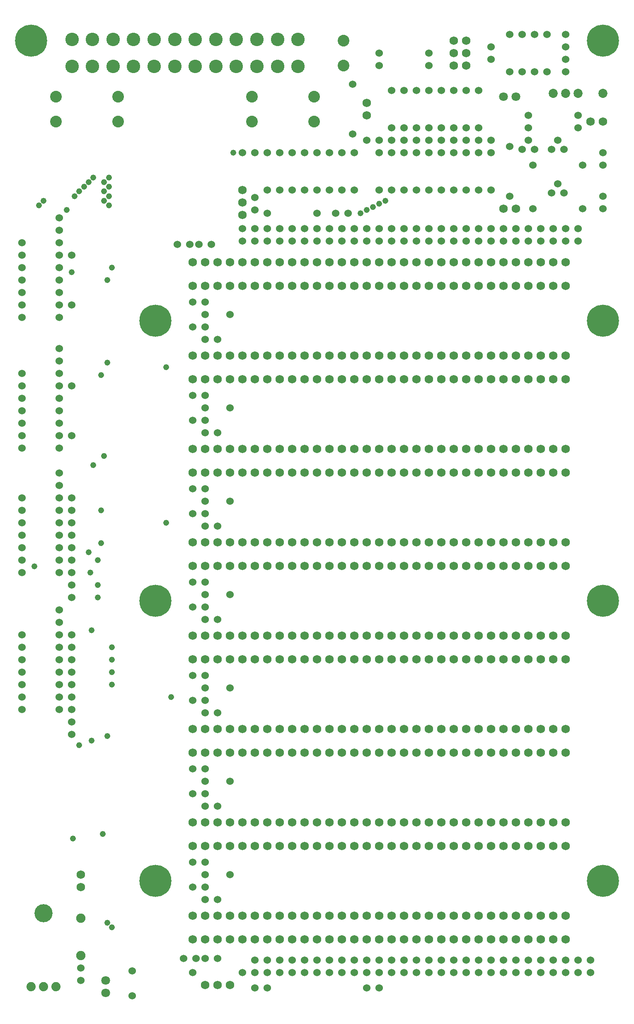
<source format=gbs>
G75*
G70*
%OFA0B0*%
%FSLAX24Y24*%
%IPPOS*%
%LPD*%
%AMOC8*
5,1,8,0,0,1.08239X$1,22.5*
%
%ADD10C,0.1080*%
%ADD11C,0.0600*%
%ADD12C,0.0680*%
%ADD13C,0.0710*%
%ADD14C,0.0940*%
%ADD15C,0.0740*%
%ADD16C,0.1458*%
%ADD17C,0.0749*%
%ADD18C,0.0730*%
%ADD19C,0.0476*%
%ADD20C,0.2580*%
D10*
X005431Y076067D03*
X007084Y076067D03*
X008738Y076067D03*
X010391Y076067D03*
X012045Y076067D03*
X013698Y076067D03*
X015352Y076067D03*
X017005Y076067D03*
X018659Y076067D03*
X020312Y076067D03*
X021966Y076067D03*
X023619Y076067D03*
X023619Y078233D03*
X021966Y078233D03*
X020312Y078233D03*
X018659Y078233D03*
X017005Y078233D03*
X015352Y078233D03*
X013698Y078233D03*
X012045Y078233D03*
X010391Y078233D03*
X008738Y078233D03*
X007084Y078233D03*
X005431Y078233D03*
D11*
X004400Y063900D03*
X004400Y062900D03*
X004400Y061900D03*
X004400Y060900D03*
X004400Y059900D03*
X004400Y058900D03*
X004400Y057900D03*
X004400Y056900D03*
X004400Y055900D03*
X005400Y056900D03*
X004400Y053400D03*
X004400Y052400D03*
X004400Y051400D03*
X004400Y050400D03*
X004400Y049400D03*
X004400Y048400D03*
X004400Y047400D03*
X004400Y046400D03*
X004400Y045400D03*
X005400Y046400D03*
X004400Y043400D03*
X004400Y042400D03*
X004400Y041400D03*
X004400Y040400D03*
X004400Y039400D03*
X005400Y039400D03*
X005400Y040400D03*
X005400Y041400D03*
X005400Y038400D03*
X005400Y037400D03*
X005400Y036400D03*
X005400Y035400D03*
X004400Y035400D03*
X004400Y036400D03*
X004400Y037400D03*
X004400Y038400D03*
X005400Y034400D03*
X005400Y033400D03*
X004400Y032400D03*
X004400Y031400D03*
X004400Y030400D03*
X004400Y029400D03*
X004400Y028400D03*
X004400Y027400D03*
X005400Y027400D03*
X005400Y028400D03*
X005400Y029400D03*
X005400Y030400D03*
X005400Y026400D03*
X005400Y025400D03*
X005400Y024400D03*
X005400Y023400D03*
X004400Y024400D03*
X004400Y025400D03*
X004400Y026400D03*
X005400Y022400D03*
X001400Y024400D03*
X001400Y025400D03*
X001400Y026400D03*
X001400Y027400D03*
X001400Y028400D03*
X001400Y029400D03*
X001400Y030400D03*
X001400Y035400D03*
X001400Y036400D03*
X001400Y037400D03*
X001400Y038400D03*
X001400Y039400D03*
X001400Y040400D03*
X001400Y041400D03*
X001400Y045400D03*
X001400Y046400D03*
X001400Y047400D03*
X001400Y048400D03*
X001400Y049400D03*
X001400Y050400D03*
X001400Y051400D03*
X001400Y055900D03*
X001400Y056900D03*
X001400Y057900D03*
X001400Y058900D03*
X001400Y059900D03*
X001400Y060900D03*
X001400Y061900D03*
X005400Y060900D03*
X005400Y050400D03*
X013900Y061775D03*
X014900Y061775D03*
X015650Y061775D03*
X016650Y061775D03*
X019150Y062025D03*
X019150Y063025D03*
X020150Y063025D03*
X020150Y062025D03*
X021150Y062025D03*
X021150Y063025D03*
X022150Y063025D03*
X022150Y062025D03*
X023150Y062025D03*
X023150Y063025D03*
X024150Y063025D03*
X024150Y062025D03*
X025150Y062025D03*
X025150Y063025D03*
X026150Y063025D03*
X026150Y062025D03*
X027150Y062025D03*
X027150Y063025D03*
X028150Y063025D03*
X028150Y062025D03*
X029150Y062025D03*
X029150Y063025D03*
X030150Y063025D03*
X030150Y062025D03*
X031150Y062025D03*
X031150Y063025D03*
X032150Y063025D03*
X032150Y062025D03*
X033150Y062025D03*
X033150Y063025D03*
X034150Y063025D03*
X034150Y062025D03*
X035150Y062025D03*
X035150Y063025D03*
X036150Y063025D03*
X036150Y062025D03*
X037150Y062025D03*
X037150Y063025D03*
X038150Y063025D03*
X038150Y062025D03*
X039150Y062025D03*
X039150Y063025D03*
X040150Y063025D03*
X040150Y062025D03*
X041150Y062025D03*
X041150Y063025D03*
X042150Y063025D03*
X042150Y062025D03*
X043150Y062025D03*
X043150Y063025D03*
X044150Y063025D03*
X044150Y062025D03*
X045150Y062025D03*
X045150Y063025D03*
X046150Y063025D03*
X046150Y062025D03*
X046525Y064650D03*
X048150Y064650D03*
X048150Y065650D03*
X048150Y068150D03*
X048150Y069150D03*
X046525Y068150D03*
X045025Y069400D03*
X044525Y070150D03*
X044025Y069400D03*
X042650Y069400D03*
X042150Y070150D03*
X041650Y069400D03*
X040650Y069650D03*
X039150Y069150D03*
X039150Y070150D03*
X038150Y070150D03*
X038150Y069150D03*
X037150Y069150D03*
X037150Y070150D03*
X037150Y071150D03*
X036150Y071150D03*
X036150Y070150D03*
X036150Y069150D03*
X035150Y069150D03*
X035150Y070150D03*
X035150Y071150D03*
X034150Y071150D03*
X034150Y070150D03*
X034150Y069150D03*
X033150Y069150D03*
X033150Y070150D03*
X033150Y071150D03*
X032150Y071150D03*
X032150Y070150D03*
X032150Y069150D03*
X031150Y069150D03*
X031150Y070150D03*
X031150Y071150D03*
X030150Y070150D03*
X030150Y069150D03*
X029150Y070150D03*
X028150Y069150D03*
X028025Y070650D03*
X027150Y069150D03*
X026150Y069150D03*
X025150Y069150D03*
X024150Y069150D03*
X023150Y069150D03*
X022150Y069150D03*
X021150Y069150D03*
X020150Y069150D03*
X019150Y069150D03*
X021150Y066150D03*
X022150Y066150D03*
X023150Y066150D03*
X024150Y066150D03*
X025150Y066150D03*
X026150Y066150D03*
X027150Y066150D03*
X028150Y066150D03*
X027650Y064275D03*
X026650Y064275D03*
X025150Y064275D03*
X021150Y064275D03*
X020150Y064525D03*
X020150Y065525D03*
X016150Y057150D03*
X015150Y057150D03*
X016150Y056150D03*
X016150Y055150D03*
X016150Y054150D03*
X015150Y055150D03*
X017150Y054150D03*
X018150Y056150D03*
X016150Y049650D03*
X016150Y048650D03*
X016150Y047650D03*
X016150Y046650D03*
X015150Y047650D03*
X015150Y049650D03*
X017150Y046650D03*
X018150Y048650D03*
X016150Y042150D03*
X016150Y041150D03*
X016150Y040150D03*
X015150Y040150D03*
X016150Y039150D03*
X017150Y039150D03*
X018150Y041150D03*
X015150Y042150D03*
X015150Y034650D03*
X016150Y034650D03*
X016150Y033650D03*
X016150Y032650D03*
X016150Y031650D03*
X015150Y032650D03*
X017150Y031650D03*
X018150Y033650D03*
X016150Y027150D03*
X016150Y026150D03*
X016150Y025150D03*
X016150Y024150D03*
X015150Y025150D03*
X015150Y027150D03*
X017150Y024150D03*
X018150Y026150D03*
X016150Y019650D03*
X016150Y018650D03*
X015150Y019650D03*
X015150Y017650D03*
X016150Y017650D03*
X016150Y016650D03*
X017150Y016650D03*
X018150Y018650D03*
X016150Y012150D03*
X015150Y012150D03*
X016150Y011150D03*
X016150Y010150D03*
X016150Y009150D03*
X015150Y010150D03*
X017150Y009150D03*
X018150Y011150D03*
X017150Y004400D03*
X016150Y004400D03*
X015400Y004400D03*
X015150Y003275D03*
X014400Y004400D03*
X010275Y003400D03*
X010275Y001400D03*
X006150Y002650D03*
X006150Y003650D03*
X019150Y003275D03*
X020150Y003275D03*
X020150Y004275D03*
X021150Y004275D03*
X021150Y003275D03*
X022150Y003275D03*
X022150Y004275D03*
X023150Y004275D03*
X023150Y003275D03*
X024150Y003275D03*
X024150Y004275D03*
X025150Y004275D03*
X025150Y003275D03*
X026150Y003275D03*
X026150Y004275D03*
X027150Y004275D03*
X027150Y003275D03*
X028150Y003275D03*
X028150Y004275D03*
X029150Y004275D03*
X029150Y003275D03*
X030150Y003275D03*
X030150Y004275D03*
X031150Y004275D03*
X031150Y003275D03*
X032150Y003275D03*
X032150Y004275D03*
X033150Y004275D03*
X033150Y003275D03*
X034150Y003275D03*
X034150Y004275D03*
X035150Y004275D03*
X035150Y003275D03*
X036150Y003275D03*
X036150Y004275D03*
X037150Y004275D03*
X037150Y003275D03*
X038150Y003275D03*
X038150Y004275D03*
X039150Y004275D03*
X039150Y003275D03*
X040150Y003275D03*
X040150Y004275D03*
X041150Y004275D03*
X041150Y003275D03*
X042150Y003275D03*
X042150Y004275D03*
X043150Y004275D03*
X043150Y003275D03*
X044150Y003275D03*
X044150Y004275D03*
X045150Y004275D03*
X045150Y003275D03*
X046150Y003275D03*
X046150Y004275D03*
X047150Y004275D03*
X047150Y003275D03*
X030150Y002025D03*
X029150Y002025D03*
X021150Y002025D03*
X020150Y002025D03*
X042525Y064650D03*
X044025Y065900D03*
X044525Y066650D03*
X045025Y065900D03*
X042525Y068150D03*
X040650Y065650D03*
X039150Y066150D03*
X038150Y066150D03*
X037150Y066150D03*
X036150Y066150D03*
X035150Y066150D03*
X034150Y066150D03*
X033150Y066150D03*
X032150Y066150D03*
X031150Y066150D03*
X030150Y066150D03*
X031150Y074150D03*
X032150Y074150D03*
X033150Y074150D03*
X034150Y074150D03*
X035150Y074150D03*
X036150Y074150D03*
X037150Y074150D03*
X038150Y074150D03*
X039150Y076650D03*
X039150Y077650D03*
X040650Y078650D03*
X041650Y078650D03*
X042650Y078650D03*
X043650Y078650D03*
X045150Y078650D03*
X045150Y077650D03*
X045150Y076650D03*
X045150Y075650D03*
X043650Y075650D03*
X042650Y075650D03*
X041650Y075650D03*
X040650Y075650D03*
X042150Y072150D03*
X042150Y071150D03*
X046150Y071150D03*
X046150Y072150D03*
X038150Y071150D03*
X034150Y076150D03*
X034150Y077150D03*
X030150Y077150D03*
X030150Y076150D03*
X028025Y074650D03*
D12*
X029150Y073150D03*
X029150Y072150D03*
X036150Y076150D03*
X036150Y077150D03*
X036150Y078150D03*
X037150Y078150D03*
X037150Y077150D03*
X037150Y076150D03*
X040150Y064650D03*
X041150Y064650D03*
X041150Y060355D03*
X040150Y060355D03*
X039150Y060355D03*
X038150Y060355D03*
X037150Y060355D03*
X036150Y060355D03*
X035150Y060355D03*
X034150Y060355D03*
X033150Y060355D03*
X032150Y060355D03*
X031150Y060355D03*
X030150Y060355D03*
X029150Y060355D03*
X028150Y060355D03*
X027150Y060355D03*
X026150Y060355D03*
X025150Y060355D03*
X024150Y060355D03*
X023150Y060355D03*
X022150Y060355D03*
X021150Y060355D03*
X020150Y060355D03*
X019150Y060355D03*
X018150Y060355D03*
X017150Y060355D03*
X016150Y060355D03*
X015150Y060355D03*
X015150Y058445D03*
X016150Y058445D03*
X017150Y058445D03*
X018150Y058445D03*
X019150Y058445D03*
X020150Y058445D03*
X021150Y058445D03*
X022150Y058445D03*
X023150Y058445D03*
X024150Y058445D03*
X025150Y058445D03*
X026150Y058445D03*
X027150Y058445D03*
X028150Y058445D03*
X029150Y058445D03*
X030150Y058445D03*
X031150Y058445D03*
X032150Y058445D03*
X033150Y058445D03*
X034150Y058445D03*
X035150Y058445D03*
X036150Y058445D03*
X037150Y058445D03*
X038150Y058445D03*
X039150Y058445D03*
X040150Y058445D03*
X041150Y058445D03*
X042150Y058445D03*
X043150Y058445D03*
X044150Y058445D03*
X045150Y058445D03*
X045150Y060355D03*
X044150Y060355D03*
X043150Y060355D03*
X042150Y060355D03*
X042150Y052855D03*
X043150Y052855D03*
X044150Y052855D03*
X045150Y052855D03*
X045150Y050945D03*
X044150Y050945D03*
X043150Y050945D03*
X042150Y050945D03*
X041150Y050945D03*
X040150Y050945D03*
X039150Y050945D03*
X038150Y050945D03*
X037150Y050945D03*
X036150Y050945D03*
X035150Y050945D03*
X034150Y050945D03*
X033150Y050945D03*
X032150Y050945D03*
X031150Y050945D03*
X030150Y050945D03*
X029150Y050945D03*
X028150Y050945D03*
X027150Y050945D03*
X026150Y050945D03*
X025150Y050945D03*
X024150Y050945D03*
X023150Y050945D03*
X022150Y050945D03*
X021150Y050945D03*
X020150Y050945D03*
X019150Y050945D03*
X018150Y050945D03*
X017150Y050945D03*
X016150Y050945D03*
X015150Y050945D03*
X015150Y052855D03*
X016150Y052855D03*
X017150Y052855D03*
X018150Y052855D03*
X019150Y052855D03*
X020150Y052855D03*
X021150Y052855D03*
X022150Y052855D03*
X023150Y052855D03*
X024150Y052855D03*
X025150Y052855D03*
X026150Y052855D03*
X027150Y052855D03*
X028150Y052855D03*
X029150Y052855D03*
X030150Y052855D03*
X031150Y052855D03*
X032150Y052855D03*
X033150Y052855D03*
X034150Y052855D03*
X035150Y052855D03*
X036150Y052855D03*
X037150Y052855D03*
X038150Y052855D03*
X039150Y052855D03*
X040150Y052855D03*
X041150Y052855D03*
X041150Y045355D03*
X040150Y045355D03*
X039150Y045355D03*
X038150Y045355D03*
X037150Y045355D03*
X036150Y045355D03*
X035150Y045355D03*
X034150Y045355D03*
X033150Y045355D03*
X032150Y045355D03*
X031150Y045355D03*
X030150Y045355D03*
X029150Y045355D03*
X028150Y045355D03*
X027150Y045355D03*
X026150Y045355D03*
X025150Y045355D03*
X024150Y045355D03*
X023150Y045355D03*
X022150Y045355D03*
X021150Y045355D03*
X020150Y045355D03*
X019150Y045355D03*
X018150Y045355D03*
X017150Y045355D03*
X016150Y045355D03*
X015150Y045355D03*
X015150Y043445D03*
X016150Y043445D03*
X017150Y043445D03*
X018150Y043445D03*
X019150Y043445D03*
X020150Y043445D03*
X021150Y043445D03*
X022150Y043445D03*
X023150Y043445D03*
X024150Y043445D03*
X025150Y043445D03*
X026150Y043445D03*
X027150Y043445D03*
X028150Y043445D03*
X029150Y043445D03*
X030150Y043445D03*
X031150Y043445D03*
X032150Y043445D03*
X033150Y043445D03*
X034150Y043445D03*
X035150Y043445D03*
X036150Y043445D03*
X037150Y043445D03*
X038150Y043445D03*
X039150Y043445D03*
X040150Y043445D03*
X041150Y043445D03*
X042150Y043445D03*
X043150Y043445D03*
X044150Y043445D03*
X045150Y043445D03*
X045150Y045355D03*
X044150Y045355D03*
X043150Y045355D03*
X042150Y045355D03*
X042150Y037855D03*
X043150Y037855D03*
X044150Y037855D03*
X045150Y037855D03*
X045150Y035945D03*
X044150Y035945D03*
X043150Y035945D03*
X042150Y035945D03*
X041150Y035945D03*
X040150Y035945D03*
X039150Y035945D03*
X038150Y035945D03*
X037150Y035945D03*
X036150Y035945D03*
X035150Y035945D03*
X034150Y035945D03*
X033150Y035945D03*
X032150Y035945D03*
X031150Y035945D03*
X030150Y035945D03*
X029150Y035945D03*
X028150Y035945D03*
X027150Y035945D03*
X026150Y035945D03*
X025150Y035945D03*
X024150Y035945D03*
X023150Y035945D03*
X022150Y035945D03*
X021150Y035945D03*
X020150Y035945D03*
X019150Y035945D03*
X018150Y035945D03*
X017150Y035945D03*
X016150Y035945D03*
X015150Y035945D03*
X015150Y037855D03*
X016150Y037855D03*
X017150Y037855D03*
X018150Y037855D03*
X019150Y037855D03*
X020150Y037855D03*
X021150Y037855D03*
X022150Y037855D03*
X023150Y037855D03*
X024150Y037855D03*
X025150Y037855D03*
X026150Y037855D03*
X027150Y037855D03*
X028150Y037855D03*
X029150Y037855D03*
X030150Y037855D03*
X031150Y037855D03*
X032150Y037855D03*
X033150Y037855D03*
X034150Y037855D03*
X035150Y037855D03*
X036150Y037855D03*
X037150Y037855D03*
X038150Y037855D03*
X039150Y037855D03*
X040150Y037855D03*
X041150Y037855D03*
X041150Y030355D03*
X040150Y030355D03*
X039150Y030355D03*
X038150Y030355D03*
X037150Y030355D03*
X036150Y030355D03*
X035150Y030355D03*
X034150Y030355D03*
X033150Y030355D03*
X032150Y030355D03*
X031150Y030355D03*
X030150Y030355D03*
X029150Y030355D03*
X028150Y030355D03*
X027150Y030355D03*
X026150Y030355D03*
X025150Y030355D03*
X024150Y030355D03*
X023150Y030355D03*
X022150Y030355D03*
X021150Y030355D03*
X020150Y030355D03*
X019150Y030355D03*
X018150Y030355D03*
X017150Y030355D03*
X016150Y030355D03*
X015150Y030355D03*
X015150Y028445D03*
X016150Y028445D03*
X017150Y028445D03*
X018150Y028445D03*
X019150Y028445D03*
X020150Y028445D03*
X021150Y028445D03*
X022150Y028445D03*
X023150Y028445D03*
X024150Y028445D03*
X025150Y028445D03*
X026150Y028445D03*
X027150Y028445D03*
X028150Y028445D03*
X029150Y028445D03*
X030150Y028445D03*
X031150Y028445D03*
X032150Y028445D03*
X033150Y028445D03*
X034150Y028445D03*
X035150Y028445D03*
X036150Y028445D03*
X037150Y028445D03*
X038150Y028445D03*
X039150Y028445D03*
X040150Y028445D03*
X041150Y028445D03*
X042150Y028445D03*
X043150Y028445D03*
X044150Y028445D03*
X045150Y028445D03*
X045150Y030355D03*
X044150Y030355D03*
X043150Y030355D03*
X042150Y030355D03*
X042150Y022855D03*
X043150Y022855D03*
X044150Y022855D03*
X045150Y022855D03*
X045150Y020945D03*
X044150Y020945D03*
X043150Y020945D03*
X042150Y020945D03*
X041150Y020945D03*
X040150Y020945D03*
X039150Y020945D03*
X038150Y020945D03*
X037150Y020945D03*
X036150Y020945D03*
X035150Y020945D03*
X034150Y020945D03*
X033150Y020945D03*
X032150Y020945D03*
X031150Y020945D03*
X030150Y020945D03*
X029150Y020945D03*
X028150Y020945D03*
X027150Y020945D03*
X026150Y020945D03*
X025150Y020945D03*
X024150Y020945D03*
X023150Y020945D03*
X022150Y020945D03*
X021150Y020945D03*
X020150Y020945D03*
X019150Y020945D03*
X018150Y020945D03*
X017150Y020945D03*
X016150Y020945D03*
X015150Y020945D03*
X015150Y022855D03*
X016150Y022855D03*
X017150Y022855D03*
X018150Y022855D03*
X019150Y022855D03*
X020150Y022855D03*
X021150Y022855D03*
X022150Y022855D03*
X023150Y022855D03*
X024150Y022855D03*
X025150Y022855D03*
X026150Y022855D03*
X027150Y022855D03*
X028150Y022855D03*
X029150Y022855D03*
X030150Y022855D03*
X031150Y022855D03*
X032150Y022855D03*
X033150Y022855D03*
X034150Y022855D03*
X035150Y022855D03*
X036150Y022855D03*
X037150Y022855D03*
X038150Y022855D03*
X039150Y022855D03*
X040150Y022855D03*
X041150Y022855D03*
X041150Y015355D03*
X040150Y015355D03*
X039150Y015355D03*
X038150Y015355D03*
X037150Y015355D03*
X036150Y015355D03*
X035150Y015355D03*
X034150Y015355D03*
X033150Y015355D03*
X032150Y015355D03*
X031150Y015355D03*
X030150Y015355D03*
X029150Y015355D03*
X028150Y015355D03*
X027150Y015355D03*
X026150Y015355D03*
X025150Y015355D03*
X024150Y015355D03*
X023150Y015355D03*
X022150Y015355D03*
X021150Y015355D03*
X020150Y015355D03*
X019150Y015355D03*
X018150Y015355D03*
X017150Y015355D03*
X016150Y015355D03*
X015150Y015355D03*
X015150Y013445D03*
X016150Y013445D03*
X017150Y013445D03*
X018150Y013445D03*
X019150Y013445D03*
X020150Y013445D03*
X021150Y013445D03*
X022150Y013445D03*
X023150Y013445D03*
X024150Y013445D03*
X025150Y013445D03*
X026150Y013445D03*
X027150Y013445D03*
X028150Y013445D03*
X029150Y013445D03*
X030150Y013445D03*
X031150Y013445D03*
X032150Y013445D03*
X033150Y013445D03*
X034150Y013445D03*
X035150Y013445D03*
X036150Y013445D03*
X037150Y013445D03*
X038150Y013445D03*
X039150Y013445D03*
X040150Y013445D03*
X041150Y013445D03*
X042150Y013445D03*
X043150Y013445D03*
X044150Y013445D03*
X045150Y013445D03*
X045150Y015355D03*
X044150Y015355D03*
X043150Y015355D03*
X042150Y015355D03*
X042150Y007855D03*
X043150Y007855D03*
X044150Y007855D03*
X045150Y007855D03*
X045150Y005945D03*
X044150Y005945D03*
X043150Y005945D03*
X042150Y005945D03*
X041150Y005945D03*
X040150Y005945D03*
X039150Y005945D03*
X038150Y005945D03*
X037150Y005945D03*
X036150Y005945D03*
X035150Y005945D03*
X034150Y005945D03*
X033150Y005945D03*
X032150Y005945D03*
X031150Y005945D03*
X030150Y005945D03*
X029150Y005945D03*
X028150Y005945D03*
X027150Y005945D03*
X026150Y005945D03*
X025150Y005945D03*
X024150Y005945D03*
X023150Y005945D03*
X022150Y005945D03*
X021150Y005945D03*
X020150Y005945D03*
X019150Y005945D03*
X018150Y005945D03*
X017150Y005945D03*
X016150Y005945D03*
X015150Y005945D03*
X015150Y007855D03*
X016150Y007855D03*
X017150Y007855D03*
X018150Y007855D03*
X019150Y007855D03*
X020150Y007855D03*
X021150Y007855D03*
X022150Y007855D03*
X023150Y007855D03*
X024150Y007855D03*
X025150Y007855D03*
X026150Y007855D03*
X027150Y007855D03*
X028150Y007855D03*
X029150Y007855D03*
X030150Y007855D03*
X031150Y007855D03*
X032150Y007855D03*
X033150Y007855D03*
X034150Y007855D03*
X035150Y007855D03*
X036150Y007855D03*
X037150Y007855D03*
X038150Y007855D03*
X039150Y007855D03*
X040150Y007855D03*
X041150Y007855D03*
X018150Y002275D03*
X017150Y002275D03*
X016150Y002275D03*
X006150Y010150D03*
X006150Y011150D03*
X019150Y064150D03*
X019150Y065150D03*
X019150Y066150D03*
X047150Y071650D03*
X048150Y071650D03*
D13*
X041150Y073650D03*
X040150Y073650D03*
X008150Y002650D03*
X008150Y001650D03*
D14*
X009150Y071650D03*
X009150Y073650D03*
X004150Y073650D03*
X004150Y071650D03*
X019900Y071650D03*
X019900Y073650D03*
X024900Y073650D03*
X024900Y071650D03*
X027275Y076150D03*
X027275Y078150D03*
D15*
X002150Y002150D03*
X003150Y002150D03*
X004150Y002150D03*
D16*
X003150Y008050D03*
D17*
X006150Y007650D03*
X006150Y004650D03*
D18*
X044150Y073900D03*
X045150Y073900D03*
X046150Y073900D03*
X048150Y073900D03*
D19*
X030650Y065275D03*
X030150Y065025D03*
X029650Y064775D03*
X029150Y064525D03*
X028650Y064275D03*
X018400Y069150D03*
X008650Y059900D03*
X008275Y058900D03*
X005400Y059525D03*
X005025Y064525D03*
X005650Y065650D03*
X006025Y066025D03*
X006400Y066400D03*
X006775Y066775D03*
X007150Y067150D03*
X008025Y066775D03*
X008400Y066400D03*
X008025Y066025D03*
X008400Y065650D03*
X008025Y065275D03*
X008400Y064900D03*
X008400Y067150D03*
X003150Y065275D03*
X002775Y064900D03*
X008275Y052275D03*
X007775Y051275D03*
X008025Y044775D03*
X007150Y044025D03*
X007775Y040400D03*
X007775Y037775D03*
X006775Y037025D03*
X007525Y036400D03*
X006900Y035400D03*
X007525Y034400D03*
X007525Y033400D03*
X007025Y030775D03*
X008650Y029400D03*
X008650Y028400D03*
X008650Y027400D03*
X008650Y026400D03*
X008275Y022275D03*
X007025Y021900D03*
X006025Y021525D03*
X007900Y014400D03*
X005525Y014025D03*
X008275Y007275D03*
X008650Y006900D03*
X013400Y025400D03*
X013025Y039400D03*
X013025Y051900D03*
X002400Y035900D03*
D20*
X012150Y033150D03*
X012150Y010650D03*
X012150Y055650D03*
X002150Y078150D03*
X048150Y078150D03*
X048150Y055650D03*
X048150Y033150D03*
X048150Y010650D03*
M02*

</source>
